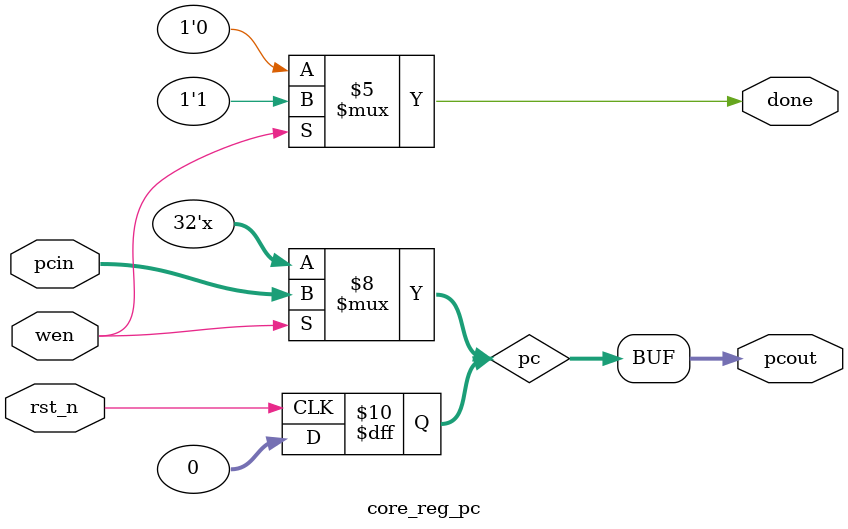
<source format=v>
module core_reg_pc (
    input               rst_n,
    input               wen,
    input[31:0]         pcin,
    output[31:0]        pcout,
    output reg          done
);

reg[31:0]   pc;

always @(negedge rst_n) begin
    if(!rst_n) begin
        // pc      <= 32'd4294967292;
        pc      <= 32'd0;
    end
end

assign      pcout   =   pc;

always @(*) begin
    if (wen) begin
        pc      = pcin;
        done    = 1'b1;
    end else begin
        done    = 1'b0;
    end
end

endmodule
</source>
